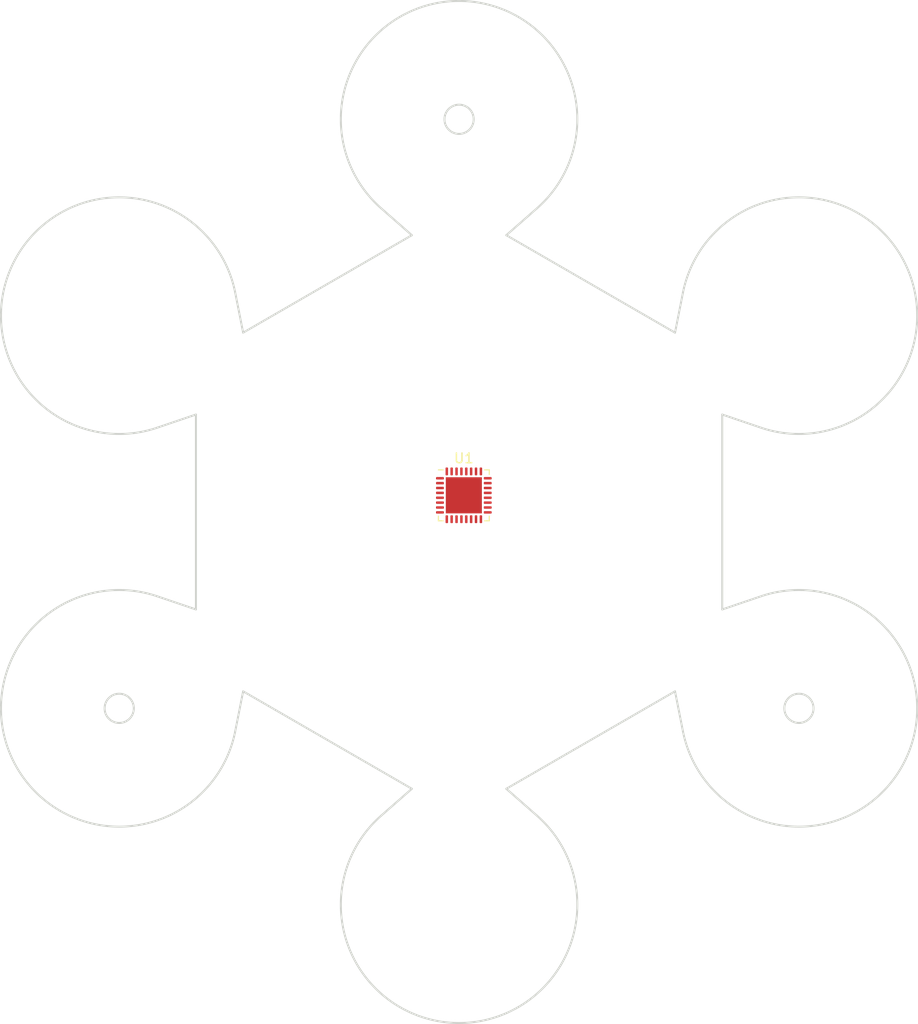
<source format=kicad_pcb>
(kicad_pcb (version 20171130) (host pcbnew "(5.1.6)-1")

  (general
    (thickness 1.6)
    (drawings 27)
    (tracks 0)
    (zones 0)
    (modules 1)
    (nets 34)
  )

  (page A4)
  (layers
    (0 F.Cu signal)
    (31 B.Cu signal)
    (32 B.Adhes user)
    (33 F.Adhes user)
    (34 B.Paste user)
    (35 F.Paste user)
    (36 B.SilkS user)
    (37 F.SilkS user)
    (38 B.Mask user)
    (39 F.Mask user)
    (40 Dwgs.User user)
    (41 Cmts.User user)
    (42 Eco1.User user)
    (43 Eco2.User user)
    (44 Edge.Cuts user)
    (45 Margin user)
    (46 B.CrtYd user)
    (47 F.CrtYd user)
    (48 B.Fab user)
    (49 F.Fab user)
  )

  (setup
    (last_trace_width 0.25)
    (trace_clearance 0.2)
    (zone_clearance 0.508)
    (zone_45_only no)
    (trace_min 0.2)
    (via_size 0.8)
    (via_drill 0.4)
    (via_min_size 0.4)
    (via_min_drill 0.3)
    (uvia_size 0.3)
    (uvia_drill 0.1)
    (uvias_allowed no)
    (uvia_min_size 0.2)
    (uvia_min_drill 0.1)
    (edge_width 0.05)
    (segment_width 0.2)
    (pcb_text_width 0.3)
    (pcb_text_size 1.5 1.5)
    (mod_edge_width 0.12)
    (mod_text_size 1 1)
    (mod_text_width 0.15)
    (pad_size 1.524 1.524)
    (pad_drill 0.762)
    (pad_to_mask_clearance 0.05)
    (aux_axis_origin 0 0)
    (visible_elements FFFFFF7F)
    (pcbplotparams
      (layerselection 0x010fc_ffffffff)
      (usegerberextensions false)
      (usegerberattributes true)
      (usegerberadvancedattributes true)
      (creategerberjobfile true)
      (excludeedgelayer true)
      (linewidth 0.100000)
      (plotframeref false)
      (viasonmask false)
      (mode 1)
      (useauxorigin false)
      (hpglpennumber 1)
      (hpglpenspeed 20)
      (hpglpendiameter 15.000000)
      (psnegative false)
      (psa4output false)
      (plotreference true)
      (plotvalue true)
      (plotinvisibletext false)
      (padsonsilk false)
      (subtractmaskfromsilk false)
      (outputformat 1)
      (mirror false)
      (drillshape 1)
      (scaleselection 1)
      (outputdirectory ""))
  )

  (net 0 "")
  (net 1 "Net-(U1-Pad1)")
  (net 2 "Net-(U1-Pad2)")
  (net 3 "Net-(U1-Pad3)")
  (net 4 "Net-(U1-Pad4)")
  (net 5 "Net-(U1-Pad5)")
  (net 6 "Net-(U1-Pad6)")
  (net 7 "Net-(U1-Pad7)")
  (net 8 "Net-(U1-Pad8)")
  (net 9 "Net-(U1-Pad9)")
  (net 10 "Net-(U1-Pad10)")
  (net 11 "Net-(U1-Pad11)")
  (net 12 "Net-(U1-Pad12)")
  (net 13 "Net-(U1-Pad13)")
  (net 14 "Net-(U1-Pad14)")
  (net 15 "Net-(U1-Pad15)")
  (net 16 "Net-(U1-Pad16)")
  (net 17 "Net-(U1-Pad17)")
  (net 18 "Net-(U1-Pad18)")
  (net 19 "Net-(U1-Pad19)")
  (net 20 "Net-(U1-Pad20)")
  (net 21 "Net-(U1-Pad21)")
  (net 22 "Net-(U1-Pad22)")
  (net 23 "Net-(U1-Pad23)")
  (net 24 "Net-(U1-Pad24)")
  (net 25 "Net-(U1-Pad25)")
  (net 26 "Net-(U1-Pad26)")
  (net 27 "Net-(U1-Pad27)")
  (net 28 "Net-(U1-Pad28)")
  (net 29 "Net-(U1-Pad29)")
  (net 30 "Net-(U1-Pad30)")
  (net 31 "Net-(U1-Pad31)")
  (net 32 "Net-(U1-Pad32)")
  (net 33 "Net-(U1-Pad33)")

  (net_class Default "This is the default net class."
    (clearance 0.2)
    (trace_width 0.25)
    (via_dia 0.8)
    (via_drill 0.4)
    (uvia_dia 0.3)
    (uvia_drill 0.1)
    (add_net "Net-(U1-Pad1)")
    (add_net "Net-(U1-Pad10)")
    (add_net "Net-(U1-Pad11)")
    (add_net "Net-(U1-Pad12)")
    (add_net "Net-(U1-Pad13)")
    (add_net "Net-(U1-Pad14)")
    (add_net "Net-(U1-Pad15)")
    (add_net "Net-(U1-Pad16)")
    (add_net "Net-(U1-Pad17)")
    (add_net "Net-(U1-Pad18)")
    (add_net "Net-(U1-Pad19)")
    (add_net "Net-(U1-Pad2)")
    (add_net "Net-(U1-Pad20)")
    (add_net "Net-(U1-Pad21)")
    (add_net "Net-(U1-Pad22)")
    (add_net "Net-(U1-Pad23)")
    (add_net "Net-(U1-Pad24)")
    (add_net "Net-(U1-Pad25)")
    (add_net "Net-(U1-Pad26)")
    (add_net "Net-(U1-Pad27)")
    (add_net "Net-(U1-Pad28)")
    (add_net "Net-(U1-Pad29)")
    (add_net "Net-(U1-Pad3)")
    (add_net "Net-(U1-Pad30)")
    (add_net "Net-(U1-Pad31)")
    (add_net "Net-(U1-Pad32)")
    (add_net "Net-(U1-Pad33)")
    (add_net "Net-(U1-Pad4)")
    (add_net "Net-(U1-Pad5)")
    (add_net "Net-(U1-Pad6)")
    (add_net "Net-(U1-Pad7)")
    (add_net "Net-(U1-Pad8)")
    (add_net "Net-(U1-Pad9)")
  )

  (module Package_DFN_QFN:QFN-32-1EP_5x5mm_P0.5mm_EP3.7x3.7mm (layer F.Cu) (tedit 5DC5F6A4) (tstamp 5F3ACCE1)
    (at 153.67 100.33)
    (descr "QFN, 32 Pin (https://www.espressif.com/sites/default/files/documentation/0a-esp8285_datasheet_en.pdf), generated with kicad-footprint-generator ipc_noLead_generator.py")
    (tags "QFN NoLead")
    (path /5F39FCB5)
    (attr smd)
    (fp_text reference U1 (at 0 -3.8) (layer F.SilkS)
      (effects (font (size 1 1) (thickness 0.15)))
    )
    (fp_text value ESP8285 (at 0 3.8) (layer F.Fab)
      (effects (font (size 1 1) (thickness 0.15)))
    )
    (fp_line (start 3.1 -3.1) (end -3.1 -3.1) (layer F.CrtYd) (width 0.05))
    (fp_line (start 3.1 3.1) (end 3.1 -3.1) (layer F.CrtYd) (width 0.05))
    (fp_line (start -3.1 3.1) (end 3.1 3.1) (layer F.CrtYd) (width 0.05))
    (fp_line (start -3.1 -3.1) (end -3.1 3.1) (layer F.CrtYd) (width 0.05))
    (fp_line (start -2.5 -1.5) (end -1.5 -2.5) (layer F.Fab) (width 0.1))
    (fp_line (start -2.5 2.5) (end -2.5 -1.5) (layer F.Fab) (width 0.1))
    (fp_line (start 2.5 2.5) (end -2.5 2.5) (layer F.Fab) (width 0.1))
    (fp_line (start 2.5 -2.5) (end 2.5 2.5) (layer F.Fab) (width 0.1))
    (fp_line (start -1.5 -2.5) (end 2.5 -2.5) (layer F.Fab) (width 0.1))
    (fp_line (start -2.135 -2.61) (end -2.61 -2.61) (layer F.SilkS) (width 0.12))
    (fp_line (start 2.61 2.61) (end 2.61 2.135) (layer F.SilkS) (width 0.12))
    (fp_line (start 2.135 2.61) (end 2.61 2.61) (layer F.SilkS) (width 0.12))
    (fp_line (start -2.61 2.61) (end -2.61 2.135) (layer F.SilkS) (width 0.12))
    (fp_line (start -2.135 2.61) (end -2.61 2.61) (layer F.SilkS) (width 0.12))
    (fp_line (start 2.61 -2.61) (end 2.61 -2.135) (layer F.SilkS) (width 0.12))
    (fp_line (start 2.135 -2.61) (end 2.61 -2.61) (layer F.SilkS) (width 0.12))
    (fp_text user %R (at 0 0) (layer F.Fab)
      (effects (font (size 1 1) (thickness 0.15)))
    )
    (pad 1 smd roundrect (at -2.45 -1.75) (size 0.8 0.25) (layers F.Cu F.Paste F.Mask) (roundrect_rratio 0.25)
      (net 1 "Net-(U1-Pad1)"))
    (pad 2 smd roundrect (at -2.45 -1.25) (size 0.8 0.25) (layers F.Cu F.Paste F.Mask) (roundrect_rratio 0.25)
      (net 2 "Net-(U1-Pad2)"))
    (pad 3 smd roundrect (at -2.45 -0.75) (size 0.8 0.25) (layers F.Cu F.Paste F.Mask) (roundrect_rratio 0.25)
      (net 3 "Net-(U1-Pad3)"))
    (pad 4 smd roundrect (at -2.45 -0.25) (size 0.8 0.25) (layers F.Cu F.Paste F.Mask) (roundrect_rratio 0.25)
      (net 4 "Net-(U1-Pad4)"))
    (pad 5 smd roundrect (at -2.45 0.25) (size 0.8 0.25) (layers F.Cu F.Paste F.Mask) (roundrect_rratio 0.25)
      (net 5 "Net-(U1-Pad5)"))
    (pad 6 smd roundrect (at -2.45 0.75) (size 0.8 0.25) (layers F.Cu F.Paste F.Mask) (roundrect_rratio 0.25)
      (net 6 "Net-(U1-Pad6)"))
    (pad 7 smd roundrect (at -2.45 1.25) (size 0.8 0.25) (layers F.Cu F.Paste F.Mask) (roundrect_rratio 0.25)
      (net 7 "Net-(U1-Pad7)"))
    (pad 8 smd roundrect (at -2.45 1.75) (size 0.8 0.25) (layers F.Cu F.Paste F.Mask) (roundrect_rratio 0.25)
      (net 8 "Net-(U1-Pad8)"))
    (pad 9 smd roundrect (at -1.75 2.45) (size 0.25 0.8) (layers F.Cu F.Paste F.Mask) (roundrect_rratio 0.25)
      (net 9 "Net-(U1-Pad9)"))
    (pad 10 smd roundrect (at -1.25 2.45) (size 0.25 0.8) (layers F.Cu F.Paste F.Mask) (roundrect_rratio 0.25)
      (net 10 "Net-(U1-Pad10)"))
    (pad 11 smd roundrect (at -0.75 2.45) (size 0.25 0.8) (layers F.Cu F.Paste F.Mask) (roundrect_rratio 0.25)
      (net 11 "Net-(U1-Pad11)"))
    (pad 12 smd roundrect (at -0.25 2.45) (size 0.25 0.8) (layers F.Cu F.Paste F.Mask) (roundrect_rratio 0.25)
      (net 12 "Net-(U1-Pad12)"))
    (pad 13 smd roundrect (at 0.25 2.45) (size 0.25 0.8) (layers F.Cu F.Paste F.Mask) (roundrect_rratio 0.25)
      (net 13 "Net-(U1-Pad13)"))
    (pad 14 smd roundrect (at 0.75 2.45) (size 0.25 0.8) (layers F.Cu F.Paste F.Mask) (roundrect_rratio 0.25)
      (net 14 "Net-(U1-Pad14)"))
    (pad 15 smd roundrect (at 1.25 2.45) (size 0.25 0.8) (layers F.Cu F.Paste F.Mask) (roundrect_rratio 0.25)
      (net 15 "Net-(U1-Pad15)"))
    (pad 16 smd roundrect (at 1.75 2.45) (size 0.25 0.8) (layers F.Cu F.Paste F.Mask) (roundrect_rratio 0.25)
      (net 16 "Net-(U1-Pad16)"))
    (pad 17 smd roundrect (at 2.45 1.75) (size 0.8 0.25) (layers F.Cu F.Paste F.Mask) (roundrect_rratio 0.25)
      (net 17 "Net-(U1-Pad17)"))
    (pad 18 smd roundrect (at 2.45 1.25) (size 0.8 0.25) (layers F.Cu F.Paste F.Mask) (roundrect_rratio 0.25)
      (net 18 "Net-(U1-Pad18)"))
    (pad 19 smd roundrect (at 2.45 0.75) (size 0.8 0.25) (layers F.Cu F.Paste F.Mask) (roundrect_rratio 0.25)
      (net 19 "Net-(U1-Pad19)"))
    (pad 20 smd roundrect (at 2.45 0.25) (size 0.8 0.25) (layers F.Cu F.Paste F.Mask) (roundrect_rratio 0.25)
      (net 20 "Net-(U1-Pad20)"))
    (pad 21 smd roundrect (at 2.45 -0.25) (size 0.8 0.25) (layers F.Cu F.Paste F.Mask) (roundrect_rratio 0.25)
      (net 21 "Net-(U1-Pad21)"))
    (pad 22 smd roundrect (at 2.45 -0.75) (size 0.8 0.25) (layers F.Cu F.Paste F.Mask) (roundrect_rratio 0.25)
      (net 22 "Net-(U1-Pad22)"))
    (pad 23 smd roundrect (at 2.45 -1.25) (size 0.8 0.25) (layers F.Cu F.Paste F.Mask) (roundrect_rratio 0.25)
      (net 23 "Net-(U1-Pad23)"))
    (pad 24 smd roundrect (at 2.45 -1.75) (size 0.8 0.25) (layers F.Cu F.Paste F.Mask) (roundrect_rratio 0.25)
      (net 24 "Net-(U1-Pad24)"))
    (pad 25 smd roundrect (at 1.75 -2.45) (size 0.25 0.8) (layers F.Cu F.Paste F.Mask) (roundrect_rratio 0.25)
      (net 25 "Net-(U1-Pad25)"))
    (pad 26 smd roundrect (at 1.25 -2.45) (size 0.25 0.8) (layers F.Cu F.Paste F.Mask) (roundrect_rratio 0.25)
      (net 26 "Net-(U1-Pad26)"))
    (pad 27 smd roundrect (at 0.75 -2.45) (size 0.25 0.8) (layers F.Cu F.Paste F.Mask) (roundrect_rratio 0.25)
      (net 27 "Net-(U1-Pad27)"))
    (pad 28 smd roundrect (at 0.25 -2.45) (size 0.25 0.8) (layers F.Cu F.Paste F.Mask) (roundrect_rratio 0.25)
      (net 28 "Net-(U1-Pad28)"))
    (pad 29 smd roundrect (at -0.25 -2.45) (size 0.25 0.8) (layers F.Cu F.Paste F.Mask) (roundrect_rratio 0.25)
      (net 29 "Net-(U1-Pad29)"))
    (pad 30 smd roundrect (at -0.75 -2.45) (size 0.25 0.8) (layers F.Cu F.Paste F.Mask) (roundrect_rratio 0.25)
      (net 30 "Net-(U1-Pad30)"))
    (pad 31 smd roundrect (at -1.25 -2.45) (size 0.25 0.8) (layers F.Cu F.Paste F.Mask) (roundrect_rratio 0.25)
      (net 31 "Net-(U1-Pad31)"))
    (pad 32 smd roundrect (at -1.75 -2.45) (size 0.25 0.8) (layers F.Cu F.Paste F.Mask) (roundrect_rratio 0.25)
      (net 32 "Net-(U1-Pad32)"))
    (pad 33 smd rect (at 0 0) (size 3.7 3.7) (layers F.Cu F.Mask)
      (net 33 "Net-(U1-Pad33)"))
    (pad "" smd roundrect (at -0.925 -0.925) (size 1.49 1.49) (layers F.Paste) (roundrect_rratio 0.167785))
    (pad "" smd roundrect (at -0.925 0.925) (size 1.49 1.49) (layers F.Paste) (roundrect_rratio 0.167785))
    (pad "" smd roundrect (at 0.925 -0.925) (size 1.49 1.49) (layers F.Paste) (roundrect_rratio 0.167785))
    (pad "" smd roundrect (at 0.925 0.925) (size 1.49 1.49) (layers F.Paste) (roundrect_rratio 0.167785))
    (model ${KISYS3DMOD}/Package_DFN_QFN.3dshapes/QFN-32-1EP_5x5mm_P0.5mm_EP3.7x3.7mm.wrl
      (at (xyz 0 0 0))
      (scale (xyz 1 1 1))
      (rotate (xyz 0 0 0))
    )
  )

  (gr_line (start 131.028289 120.425371) (end 130.212626 124.533141) (layer Edge.Cuts) (width 0.2))
  (gr_line (start 158.028288 130.417982) (end 161.17789 133.178253) (layer Edge.Cuts) (width 0.2))
  (gr_line (start 176.151662 124.533141) (end 175.335999 120.425371) (layer Edge.Cuts) (width 0.2))
  (gr_line (start 148.336 130.417982) (end 131.028289 120.425371) (layer Edge.Cuts) (width 0.2))
  (gr_arc (start 188.050746 81.907594) (end 184.147409 93.39388) (angle -277.5381869) (layer Edge.Cuts) (width 0.2))
  (gr_line (start 145.186398 133.178253) (end 148.336 130.417982) (layer Edge.Cuts) (width 0.2))
  (gr_line (start 175.335999 120.425371) (end 158.028288 130.417982) (layer Edge.Cuts) (width 0.2))
  (gr_line (start 126.182144 92.04638) (end 122.216879 93.39388) (layer Edge.Cuts) (width 0.2))
  (gr_line (start 126.182144 112.031602) (end 126.182144 92.04638) (layer Edge.Cuts) (width 0.2))
  (gr_line (start 122.216879 110.684102) (end 126.182144 112.031602) (layer Edge.Cuts) (width 0.2))
  (gr_arc (start 188.050746 122.170388) (end 176.151662 124.533141) (angle -277.5381869) (layer Edge.Cuts) (width 0.2))
  (gr_arc (start 153.182144 142.301785) (end 145.186398 133.178253) (angle -277.5381869) (layer Edge.Cuts) (width 0.2))
  (gr_line (start 180.182144 92.04638) (end 180.182144 112.031602) (layer Edge.Cuts) (width 0.2))
  (gr_line (start 161.17789 70.899729) (end 158.028288 73.66) (layer Edge.Cuts) (width 0.2))
  (gr_circle (center 188.050746 122.170388) (end 189.550746 122.170388) (layer Edge.Cuts) (width 0.2))
  (gr_arc (start 153.182144 61.776197) (end 161.17789 70.899729) (angle -277.5381869) (layer Edge.Cuts) (width 0.2))
  (gr_line (start 131.028289 83.652611) (end 148.336 73.66) (layer Edge.Cuts) (width 0.2))
  (gr_circle (center 118.313542 122.170388) (end 119.813542 122.170388) (layer Edge.Cuts) (width 0.2))
  (gr_arc (start 118.313542 122.170388) (end 122.216879 110.684102) (angle -277.5381869) (layer Edge.Cuts) (width 0.2))
  (gr_line (start 175.335999 83.652611) (end 176.151662 79.544841) (layer Edge.Cuts) (width 0.2))
  (gr_line (start 180.182144 112.031602) (end 184.147409 110.684102) (layer Edge.Cuts) (width 0.2))
  (gr_line (start 184.147409 93.39388) (end 180.182144 92.04638) (layer Edge.Cuts) (width 0.2))
  (gr_line (start 158.028288 73.66) (end 175.335999 83.652611) (layer Edge.Cuts) (width 0.2))
  (gr_arc (start 118.313542 81.907594) (end 130.212626 79.544841) (angle -277.5381869) (layer Edge.Cuts) (width 0.2))
  (gr_line (start 130.212626 79.544841) (end 131.028289 83.652611) (layer Edge.Cuts) (width 0.2))
  (gr_circle (center 153.182144 61.776197) (end 154.682144 61.776197) (layer Edge.Cuts) (width 0.2))
  (gr_line (start 148.336 73.66) (end 145.186398 70.899729) (layer Edge.Cuts) (width 0.2))

)

</source>
